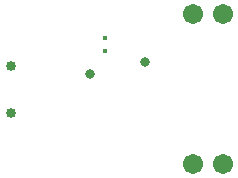
<source format=gbs>
G04*
G04 #@! TF.GenerationSoftware,Altium Limited,Altium Designer,21.2.0 (30)*
G04*
G04 Layer_Color=16711935*
%FSLAX25Y25*%
%MOIN*%
G70*
G04*
G04 #@! TF.SameCoordinates,97C633C7-0035-430A-B59B-8A352E4D0A73*
G04*
G04*
G04 #@! TF.FilePolarity,Negative*
G04*
G01*
G75*
%ADD36C,0.01575*%
%ADD37C,0.03359*%
%ADD38C,0.04816*%
%ADD39C,0.03162*%
%ADD52C,0.06706*%
D36*
X47835Y48130D02*
D03*
Y43799D02*
D03*
D37*
X16339Y38976D02*
D03*
Y23228D02*
D03*
D38*
X77008Y56260D02*
D03*
X87008D02*
D03*
X77008Y6260D02*
D03*
X87008D02*
D03*
D39*
X61024Y40157D02*
D03*
X42913Y36220D02*
D03*
D52*
X77008Y56260D02*
D03*
X87008D02*
D03*
X77008Y6260D02*
D03*
X87008D02*
D03*
M02*

</source>
